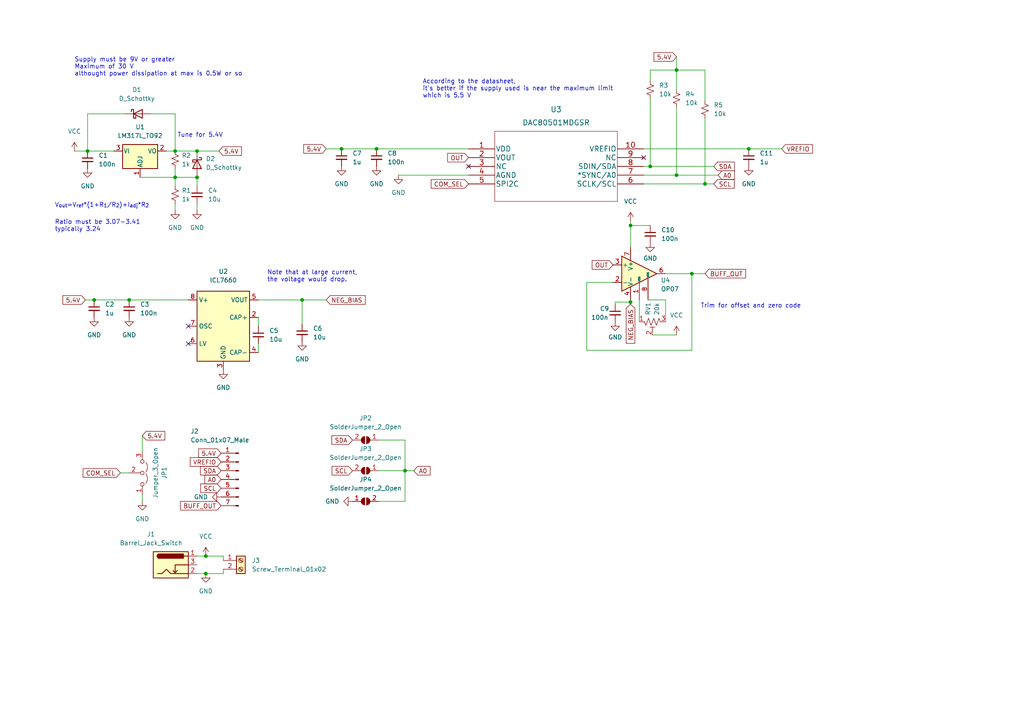
<source format=kicad_sch>
(kicad_sch (version 20211123) (generator eeschema)
  (paper "A4")
  (lib_symbols
    (symbol "Amplifier_Operational:OP07" (pin_names (offset 0.127))
      (property "Reference" "U" (at 1.27 6.35 0))
      (property "Value" "OP07" (at 1.27 3.81 0))
      (symbol "OP07_0_1"
        (polyline (pts (xy -5.08 5.08) (xy 5.08 0) (xy -5.08 -5.08) (xy -5.08 5.08)) (stroke (width 0.254)) (fill (type background)))
      )
      (symbol "OP07_1_1"
        (pin input line (at 0 -7.62 90) (length 5.08) (name "VOS") (number "1"))
        (pin input line (at -7.62 -2.54 0) (length 2.54) (name "-") (number "2"))
        (pin input line (at -7.62 2.54 0) (length 2.54) (name "+") (number "3"))
        (pin power_in line (at -2.54 -7.62 90) (length 3.81) (name "V-") (number "4"))
        (pin no_connect line (at 0 2.54 270) (length 2.54) hide (name "NC") (number "5"))
        (pin output line (at 7.62 0 180) (length 2.54) (name "~") (number "6"))
        (pin power_in line (at -2.54 7.62 270) (length 3.81) (name "V+") (number "7"))
        (pin input line (at 2.54 -7.62 90) (length 6.35) (name "VOS") (number "8"))
      )
    )
    (symbol "Connector:Barrel_Jack_Switch" (pin_names hide)
      (property "Reference" "J" (at 0 5.334 0))
      (property "Value" "Barrel_Jack_Switch" (at 0 -5.08 0))
      (symbol "Barrel_Jack_Switch_0_1"
        (rectangle (start -5.08 3.81) (end 5.08 -3.81) (stroke (width 0.254)) (fill (type background)))
        (arc (start -3.302 3.175) (mid -3.937 2.54) (end -3.302 1.905) (stroke (width 0.254)))
        (arc (start -3.302 3.175) (mid -3.937 2.54) (end -3.302 1.905) (stroke (width 0.254)) (fill (type outline)))
        (polyline (pts (xy 1.27 -2.286) (xy 1.905 -1.651)) (stroke (width 0.254)))
        (polyline (pts (xy 5.08 2.54) (xy 3.81 2.54)) (stroke (width 0.254)))
        (polyline (pts (xy 5.08 0) (xy 1.27 0) (xy 1.27 -2.286) (xy 0.635 -1.651)) (stroke (width 0.254)))
        (polyline (pts (xy -3.81 -2.54) (xy -2.54 -2.54) (xy -1.27 -1.27) (xy 0 -2.54) (xy 2.54 -2.54) (xy 5.08 -2.54)) (stroke (width 0.254)))
        (rectangle (start 3.683 3.175) (end -3.302 1.905) (stroke (width 0.254)) (fill (type outline)))
      )
      (symbol "Barrel_Jack_Switch_1_1"
        (pin passive line (at 7.62 2.54 180) (length 2.54) (name "~") (number "1"))
        (pin passive line (at 7.62 -2.54 180) (length 2.54) (name "~") (number "2"))
        (pin passive line (at 7.62 0 180) (length 2.54) (name "~") (number "3"))
      )
    )
    (symbol "Connector:Conn_01x07_Male" (pin_names (offset 1.016) hide)
      (property "Reference" "J" (at 0 10.16 0))
      (property "Value" "Conn_01x07_Male" (at 0 -10.16 0))
      (symbol "Conn_01x07_Male_1_1"
        (polyline (pts (xy 1.27 -7.62) (xy 0.8636 -7.62)) (stroke (width 0.1524)))
        (polyline (pts (xy 1.27 -5.08) (xy 0.8636 -5.08)) (stroke (width 0.1524)))
        (polyline (pts (xy 1.27 -2.54) (xy 0.8636 -2.54)) (stroke (width 0.1524)))
        (polyline (pts (xy 1.27 0) (xy 0.8636 0)) (stroke (width 0.1524)))
        (polyline (pts (xy 1.27 2.54) (xy 0.8636 2.54)) (stroke (width 0.1524)))
        (polyline (pts (xy 1.27 5.08) (xy 0.8636 5.08)) (stroke (width 0.1524)))
        (polyline (pts (xy 1.27 7.62) (xy 0.8636 7.62)) (stroke (width 0.1524)))
        (rectangle (start 0.8636 -7.493) (end 0 -7.747) (stroke (width 0.1524)) (fill (type outline)))
        (rectangle (start 0.8636 -4.953) (end 0 -5.207) (stroke (width 0.1524)) (fill (type outline)))
        (rectangle (start 0.8636 -2.413) (end 0 -2.667) (stroke (width 0.1524)) (fill (type outline)))
        (rectangle (start 0.8636 0.127) (end 0 -0.127) (stroke (width 0.1524)) (fill (type outline)))
        (rectangle (start 0.8636 2.667) (end 0 2.413) (stroke (width 0.1524)) (fill (type outline)))
        (rectangle (start 0.8636 5.207) (end 0 4.953) (stroke (width 0.1524)) (fill (type outline)))
        (rectangle (start 0.8636 7.747) (end 0 7.493) (stroke (width 0.1524)) (fill (type outline)))
        (pin passive line (at 5.08 7.62 180) (length 3.81) (name "Pin_1") (number "1"))
        (pin passive line (at 5.08 5.08 180) (length 3.81) (name "Pin_2") (number "2"))
        (pin passive line (at 5.08 2.54 180) (length 3.81) (name "Pin_3") (number "3"))
        (pin passive line (at 5.08 0 180) (length 3.81) (name "Pin_4") (number "4"))
        (pin passive line (at 5.08 -2.54 180) (length 3.81) (name "Pin_5") (number "5"))
        (pin passive line (at 5.08 -5.08 180) (length 3.81) (name "Pin_6") (number "6"))
        (pin passive line (at 5.08 -7.62 180) (length 3.81) (name "Pin_7") (number "7"))
      )
    )
    (symbol "Connector:Screw_Terminal_01x02" (pin_names (offset 1.016) hide)
      (property "Reference" "J" (at 0 2.54 0))
      (property "Value" "Screw_Terminal_01x02" (at 0 -5.08 0))
      (symbol "Screw_Terminal_01x02_1_1"
        (rectangle (start -1.27 1.27) (end 1.27 -3.81) (stroke (width 0.254)) (fill (type background)))
        (circle (center 0 -2.54) (radius 0.635) (stroke (width 0.1524)))
        (polyline (pts (xy -0.5334 -2.2098) (xy 0.3302 -3.048)) (stroke (width 0.1524)))
        (polyline (pts (xy -0.5334 0.3302) (xy 0.3302 -0.508)) (stroke (width 0.1524)))
        (polyline (pts (xy -0.3556 -2.032) (xy 0.508 -2.8702)) (stroke (width 0.1524)))
        (polyline (pts (xy -0.3556 0.508) (xy 0.508 -0.3302)) (stroke (width 0.1524)))
        (circle (center 0 0) (radius 0.635) (stroke (width 0.1524)))
        (pin passive line (at -5.08 0 0) (length 3.81) (name "Pin_1") (number "1"))
        (pin passive line (at -5.08 -2.54 0) (length 3.81) (name "Pin_2") (number "2"))
      )
    )
    (symbol "DAC80501:DAC80501MDGSR" (pin_names (offset 0.254))
      (property "Reference" "U" (at 25.4 10.16 0))
      (property "Value" "DAC80501MDGSR" (at 25.4 7.62 0))
      (symbol "DAC80501MDGSR_1_1"
        (polyline (pts (xy 7.62 -15.24) (xy 43.18 -15.24)) (stroke (width 0.127)))
        (polyline (pts (xy 7.62 5.08) (xy 7.62 -15.24)) (stroke (width 0.127)))
        (polyline (pts (xy 43.18 -15.24) (xy 43.18 5.08)) (stroke (width 0.127)))
        (polyline (pts (xy 43.18 5.08) (xy 7.62 5.08)) (stroke (width 0.127)))
        (pin power_in line (at 0 0 0) (length 7.62) (name "VDD") (number "1"))
        (pin power_in line (at 50.8 0 180) (length 7.62) (name "VREFIO") (number "10"))
        (pin output line (at 0 -2.54 0) (length 7.62) (name "VOUT") (number "2"))
        (pin no_connect line (at 0 -5.08 0) (length 7.62) (name "NC") (number "3"))
        (pin power_in line (at 0 -7.62 0) (length 7.62) (name "AGND") (number "4"))
        (pin unspecified line (at 0 -10.16 0) (length 7.62) (name "SPI2C") (number "5"))
        (pin unspecified line (at 50.8 -10.16 180) (length 7.62) (name "SCLK/SCL") (number "6"))
        (pin unspecified line (at 50.8 -7.62 180) (length 7.62) (name "*SYNC/A0") (number "7"))
        (pin unspecified line (at 50.8 -5.08 180) (length 7.62) (name "SDIN/SDA") (number "8"))
        (pin no_connect line (at 50.8 -2.54 180) (length 7.62) (name "NC") (number "9"))
      )
    )
    (symbol "Device:C_Small" (pin_numbers hide) (pin_names (offset 0.254) hide)
      (property "Reference" "C" (at 0.254 1.778 0))
      (property "Value" "C_Small" (at 0.254 -2.032 0))
      (symbol "C_Small_0_1"
        (polyline (pts (xy -1.524 -0.508) (xy 1.524 -0.508)) (stroke (width 0.3302)))
        (polyline (pts (xy -1.524 0.508) (xy 1.524 0.508)) (stroke (width 0.3048)))
      )
      (symbol "C_Small_1_1"
        (pin passive line (at 0 2.54 270) (length 2.032) (name "~") (number "1"))
        (pin passive line (at 0 -2.54 90) (length 2.032) (name "~") (number "2"))
      )
    )
    (symbol "Device:D_Schottky" (pin_numbers hide) (pin_names (offset 1.016) hide)
      (property "Reference" "D" (at 0 2.54 0))
      (property "Value" "D_Schottky" (at 0 -2.54 0))
      (symbol "D_Schottky_0_1"
        (polyline (pts (xy 1.27 0) (xy -1.27 0)))
        (polyline (pts (xy 1.27 1.27) (xy 1.27 -1.27) (xy -1.27 0) (xy 1.27 1.27)) (stroke (width 0.254)))
        (polyline (pts (xy -1.905 0.635) (xy -1.905 1.27) (xy -1.27 1.27) (xy -1.27 -1.27) (xy -0.635 -1.27) (xy -0.635 -0.635)) (stroke (width 0.254)))
      )
      (symbol "D_Schottky_1_1"
        (pin passive line (at -3.81 0 0) (length 2.54) (name "K") (number "1"))
        (pin passive line (at 3.81 0 180) (length 2.54) (name "A") (number "2"))
      )
    )
    (symbol "Device:R_Potentiometer_Trim_US" (pin_names (offset 1.016) hide)
      (property "Reference" "RV" (at -4.445 0 90))
      (property "Value" "R_Potentiometer_Trim_US" (at -2.54 0 90))
      (symbol "R_Potentiometer_Trim_US_0_1"
        (polyline (pts (xy 0 -2.286) (xy 0 -2.54)))
        (polyline (pts (xy 0 2.286) (xy 0 2.54)))
        (polyline (pts (xy 1.524 0.762) (xy 1.524 -0.762)))
        (polyline (pts (xy 2.54 0) (xy 1.524 0)))
        (polyline (pts (xy 0 -0.762) (xy 1.016 -1.143) (xy 0 -1.524) (xy -1.016 -1.905) (xy 0 -2.286)))
        (polyline (pts (xy 0 0.762) (xy 1.016 0.381) (xy 0 0) (xy -1.016 -0.381) (xy 0 -0.762)))
        (polyline (pts (xy 0 2.286) (xy 1.016 1.905) (xy 0 1.524) (xy -1.016 1.143) (xy 0 0.762)))
      )
      (symbol "R_Potentiometer_Trim_US_1_1"
        (pin passive line (at 0 3.81 270) (length 1.27) (name "1") (number "1"))
        (pin passive line (at 3.81 0 180) (length 1.27) (name "2") (number "2"))
        (pin passive line (at 0 -3.81 90) (length 1.27) (name "3") (number "3"))
      )
    )
    (symbol "Device:R_Small_US" (pin_numbers hide) (pin_names (offset 0.254) hide)
      (property "Reference" "R" (at 0.762 0.508 0))
      (property "Value" "R_Small_US" (at 0.762 -1.016 0))
      (symbol "R_Small_US_1_1"
        (polyline (pts (xy 0 0) (xy 1.016 -0.381) (xy 0 -0.762) (xy -1.016 -1.143) (xy 0 -1.524)))
        (polyline (pts (xy 0 1.524) (xy 1.016 1.143) (xy 0 0.762) (xy -1.016 0.381) (xy 0 0)))
        (pin passive line (at 0 2.54 270) (length 1.016) (name "~") (number "1"))
        (pin passive line (at 0 -2.54 90) (length 1.016) (name "~") (number "2"))
      )
    )
    (symbol "Jumper:Jumper_3_Open" (pin_names (offset 0) hide)
      (property "Reference" "JP" (at -2.54 -2.54 0))
      (property "Value" "Jumper_3_Open" (at 0 2.794 0))
      (symbol "Jumper_3_Open_0_0"
        (circle (center -3.302 0) (radius 0.508))
        (circle (center 0 0) (radius 0.508))
        (circle (center 3.302 0) (radius 0.508))
      )
      (symbol "Jumper_3_Open_0_1"
        (arc (start -0.254 1.016) (mid -1.651 1.4992) (end -3.048 1.016))
        (polyline (pts (xy 0 -0.508) (xy 0 -1.27)))
        (arc (start 3.048 1.016) (mid 1.651 1.4992) (end 0.254 1.016))
      )
      (symbol "Jumper_3_Open_1_1"
        (pin passive line (at -6.35 0 0) (length 2.54) (name "A") (number "1"))
        (pin input line (at 0 -3.81 90) (length 2.54) (name "C") (number "2"))
        (pin passive line (at 6.35 0 180) (length 2.54) (name "B") (number "3"))
      )
    )
    (symbol "Jumper:SolderJumper_2_Open" (pin_names (offset 0) hide)
      (property "Reference" "JP" (at 0 2.032 0))
      (property "Value" "SolderJumper_2_Open" (at 0 -2.54 0))
      (symbol "SolderJumper_2_Open_0_1"
        (arc (start -0.254 1.016) (mid -1.27 0) (end -0.254 -1.016))
        (arc (start -0.254 1.016) (mid -1.27 0) (end -0.254 -1.016) (fill (type outline)))
        (polyline (pts (xy -0.254 1.016) (xy -0.254 -1.016)))
        (polyline (pts (xy 0.254 1.016) (xy 0.254 -1.016)))
        (arc (start 0.254 -1.016) (mid 1.27 0) (end 0.254 1.016))
        (arc (start 0.254 -1.016) (mid 1.27 0) (end 0.254 1.016) (fill (type outline)))
      )
      (symbol "SolderJumper_2_Open_1_1"
        (pin passive line (at -3.81 0 0) (length 2.54) (name "A") (number "1"))
        (pin passive line (at 3.81 0 180) (length 2.54) (name "B") (number "2"))
      )
    )
    (symbol "Regulator_Linear:LM317L_TO92" (pin_names (offset 0.254))
      (property "Reference" "U" (at -3.81 3.175 0))
      (property "Value" "LM317L_TO92" (at 0 3.175 0))
      (symbol "LM317L_TO92_0_1"
        (rectangle (start -5.08 1.905) (end 5.08 -5.08) (stroke (width 0.254)) (fill (type background)))
      )
      (symbol "LM317L_TO92_1_1"
        (pin input line (at 0 -7.62 90) (length 2.54) (name "ADJ") (number "1"))
        (pin power_out line (at 7.62 0 180) (length 2.54) (name "VO") (number "2"))
        (pin power_in line (at -7.62 0 0) (length 2.54) (name "VI") (number "3"))
      )
    )
    (symbol "Regulator_SwitchedCapacitor:ICL7660"
      (property "Reference" "U" (at -6.35 11.43 0))
      (property "Value" "ICL7660" (at 3.81 11.43 0))
      (symbol "ICL7660_0_1"
        (rectangle (start -7.62 10.16) (end 7.62 -10.16) (stroke (width 0.254)) (fill (type background)))
      )
      (symbol "ICL7660_1_1"
        (pin no_connect line (at -7.62 5.08 0) (length 2.54) hide (name "NC") (number "1"))
        (pin input line (at 10.16 2.54 180) (length 2.54) (name "CAP+") (number "2"))
        (pin power_in line (at 0 -12.7 90) (length 2.54) (name "GND") (number "3"))
        (pin input line (at 10.16 -7.62 180) (length 2.54) (name "CAP-") (number "4"))
        (pin power_out line (at 10.16 7.62 180) (length 2.54) (name "VOUT") (number "5"))
        (pin input line (at -10.16 -5.08 0) (length 2.54) (name "LV") (number "6"))
        (pin input line (at -10.16 0 0) (length 2.54) (name "OSC") (number "7"))
        (pin power_in line (at -10.16 7.62 0) (length 2.54) (name "V+") (number "8"))
      )
    )
    (symbol "power:GND" (power) (pin_names (offset 0))
      (property "Value" "GND" (at 0 -3.81 0))
      (symbol "GND_0_1"
        (polyline (pts (xy 0 0) (xy 0 -1.27) (xy 1.27 -1.27) (xy 0 -2.54) (xy -1.27 -1.27) (xy 0 -1.27)))
      )
      (symbol "GND_1_1"
        (pin power_in line (at 0 0 270) (length 0) hide (name "GND") (number "1"))
      )
    )
    (symbol "power:VCC" (power) (pin_names (offset 0))
      (property "Value" "VCC" (at 0 3.81 0))
      (symbol "VCC_0_1"
        (polyline (pts (xy -0.762 1.27) (xy 0 2.54)))
        (polyline (pts (xy 0 0) (xy 0 2.54)))
        (polyline (pts (xy 0 2.54) (xy 0.762 1.27)))
      )
      (symbol "VCC_1_1"
        (pin power_in line (at 0 0 90) (length 0) hide (name "VCC") (number "1"))
      )
    )
  )
  (junction (at 182.88 65.405))
  (junction (at 188.595 48.26))
  (junction (at 217.17 43.18))
  (junction (at 57.15 51.435))
  (junction (at 50.8 51.435))
  (junction (at 59.69 161.29))
  (junction (at 50.8 43.815))
  (junction (at 57.15 43.815))
  (junction (at 37.465 86.995))
  (junction (at 204.47 53.34))
  (junction (at 117.475 136.525))
  (junction (at 59.69 166.37))
  (junction (at 196.215 50.8))
  (junction (at 109.22 43.18))
  (junction (at 182.88 87.63))
  (junction (at 27.305 86.995))
  (junction (at 87.63 86.995))
  (junction (at 200.66 79.375))
  (junction (at 99.06 43.18))
  (junction (at 196.215 20.32))
  (junction (at 25.4 43.815))
  (no_connect (at 135.89 48.26))
  (no_connect (at 186.69 45.72))
  (no_connect (at 54.61 94.615))
  (no_connect (at 54.61 99.695))
  (wire (pts (xy 43.815 33.02) (xy 50.8 33.02)))
  (wire (pts (xy 200.66 79.375) (xy 204.47 79.375)))
  (wire (pts (xy 25.4 43.815) (xy 33.02 43.815)))
  (wire (pts (xy 200.66 101.6) (xy 200.66 79.375)))
  (wire (pts (xy 99.06 43.18) (xy 109.22 43.18)))
  (wire (pts (xy 217.17 43.18) (xy 226.695 43.18)))
  (wire (pts (xy 196.215 50.8) (xy 208.28 50.8)))
  (wire (pts (xy 109.855 127.635) (xy 117.475 127.635)))
  (wire (pts (xy 41.275 126.365) (xy 41.275 130.81)))
  (wire (pts (xy 64.77 166.37) (xy 59.69 166.37)))
  (wire (pts (xy 182.88 65.405) (xy 182.88 71.755)))
  (wire (pts (xy 87.63 86.995) (xy 94.615 86.995)))
  (wire (pts (xy 178.435 88.265) (xy 178.435 87.63)))
  (wire (pts (xy 204.47 34.29) (xy 204.47 53.34)))
  (wire (pts (xy 57.15 43.815) (xy 63.5 43.815)))
  (wire (pts (xy 50.8 51.435) (xy 50.8 53.975)))
  (wire (pts (xy 186.69 48.26) (xy 188.595 48.26)))
  (wire (pts (xy 59.69 161.29) (xy 64.77 161.29)))
  (wire (pts (xy 115.57 50.8) (xy 135.89 50.8)))
  (wire (pts (xy 185.42 86.995) (xy 185.42 93.345)))
  (wire (pts (xy 188.595 48.26) (xy 207.01 48.26)))
  (wire (pts (xy 204.47 29.21) (xy 204.47 20.32)))
  (wire (pts (xy 37.465 86.995) (xy 54.61 86.995)))
  (wire (pts (xy 50.8 59.055) (xy 50.8 60.96)))
  (wire (pts (xy 117.475 136.525) (xy 120.015 136.525)))
  (wire (pts (xy 41.275 143.51) (xy 41.275 145.415)))
  (wire (pts (xy 188.595 28.575) (xy 188.595 48.26)))
  (wire (pts (xy 50.8 43.815) (xy 57.15 43.815)))
  (wire (pts (xy 178.435 87.63) (xy 182.88 87.63)))
  (wire (pts (xy 94.615 43.18) (xy 99.06 43.18)))
  (wire (pts (xy 170.18 81.915) (xy 177.8 81.915)))
  (wire (pts (xy 21.59 43.815) (xy 25.4 43.815)))
  (wire (pts (xy 24.765 86.995) (xy 27.305 86.995)))
  (wire (pts (xy 117.475 136.525) (xy 117.475 145.415)))
  (wire (pts (xy 74.93 92.075) (xy 74.93 94.615)))
  (wire (pts (xy 182.88 87.63) (xy 182.88 88.265)))
  (wire (pts (xy 27.305 86.995) (xy 37.465 86.995)))
  (wire (pts (xy 48.26 43.815) (xy 50.8 43.815)))
  (wire (pts (xy 57.15 59.055) (xy 57.15 60.96)))
  (wire (pts (xy 170.18 101.6) (xy 200.66 101.6)))
  (wire (pts (xy 57.15 166.37) (xy 59.69 166.37)))
  (wire (pts (xy 186.69 53.34) (xy 204.47 53.34)))
  (wire (pts (xy 25.4 33.02) (xy 25.4 43.815)))
  (wire (pts (xy 87.63 86.995) (xy 87.63 93.98)))
  (wire (pts (xy 109.22 43.18) (xy 135.89 43.18)))
  (wire (pts (xy 74.93 86.995) (xy 87.63 86.995)))
  (wire (pts (xy 57.15 161.29) (xy 59.69 161.29)))
  (wire (pts (xy 109.855 136.525) (xy 117.475 136.525)))
  (wire (pts (xy 37.465 137.16) (xy 34.925 137.16)))
  (wire (pts (xy 74.93 99.695) (xy 74.93 102.235)))
  (wire (pts (xy 204.47 53.34) (xy 207.01 53.34)))
  (wire (pts (xy 196.215 31.115) (xy 196.215 50.8)))
  (wire (pts (xy 64.77 165.1) (xy 64.77 166.37)))
  (wire (pts (xy 182.88 65.405) (xy 188.595 65.405)))
  (wire (pts (xy 64.77 161.29) (xy 64.77 162.56)))
  (wire (pts (xy 196.215 20.32) (xy 188.595 20.32)))
  (wire (pts (xy 117.475 127.635) (xy 117.475 136.525)))
  (wire (pts (xy 50.8 51.435) (xy 40.64 51.435)))
  (wire (pts (xy 186.69 43.18) (xy 217.17 43.18)))
  (wire (pts (xy 189.23 97.155) (xy 196.215 97.155)))
  (wire (pts (xy 36.195 33.02) (xy 25.4 33.02)))
  (wire (pts (xy 170.18 101.6) (xy 170.18 81.915)))
  (wire (pts (xy 187.96 86.995) (xy 193.04 86.995)))
  (wire (pts (xy 196.215 16.51) (xy 196.215 20.32)))
  (wire (pts (xy 182.88 64.135) (xy 182.88 65.405)))
  (wire (pts (xy 182.88 86.995) (xy 182.88 87.63)))
  (wire (pts (xy 57.15 51.435) (xy 50.8 51.435)))
  (wire (pts (xy 188.595 20.32) (xy 188.595 23.495)))
  (wire (pts (xy 186.69 50.8) (xy 196.215 50.8)))
  (wire (pts (xy 204.47 20.32) (xy 196.215 20.32)))
  (wire (pts (xy 117.475 145.415) (xy 109.855 145.415)))
  (wire (pts (xy 196.215 26.035) (xy 196.215 20.32)))
  (wire (pts (xy 57.15 51.435) (xy 57.15 53.975)))
  (wire (pts (xy 50.8 33.02) (xy 50.8 43.815)))
  (wire (pts (xy 193.04 86.995) (xy 193.04 93.345)))
  (wire (pts (xy 50.8 48.895) (xy 50.8 51.435)))
  (wire (pts (xy 200.66 79.375) (xy 193.04 79.375)))
  (text "Supply must be 9V or greater\nMaximum of 30 V\nalthought power dissipation at max is 0.5W or so" (at 21.59 22.225 0) (effects (font (size 1.27 1.27)) (justify left bottom)))
  (text "Ratio must be 3.07-3.41\ntypically 3.24" (at 15.875 67.31 0) (effects (font (size 1.27 1.27)) (justify left bottom)))
  (text "Trim for offset and zero code" (at 203.2 89.535 0) (effects (font (size 1.27 1.27)) (justify left bottom)))
  (text "Tune for 5.4V" (at 51.435 40.005 0) (effects (font (size 1.27 1.27)) (justify left bottom)))
  (text "Note that at large current,\nthe voltage would drop." (at 77.47 81.915 0) (effects (font (size 1.27 1.27)) (justify left bottom)))
  (text "According to the datasheet, \nit's better if the supply used is near the maximum limit\nwhich is 5.5 V" (at 122.555 28.575 0) (effects (font (size 1.27 1.27)) (justify left bottom)))
  (text "V_{out}=V_{ref}*(1+R_{1}/R_{2})+I_{adj}*R_{2}" (at 15.875 60.325 0) (effects (font (size 1.27 1.27)) (justify left bottom)))
  (global_label "A0" (shape input) (at 208.28 50.8 0) (property "Intersheet References" "${INTERSHEET_REFS}" (effects hide)))
  (global_label "SCL" (shape input) (at 207.01 53.34 0) (property "Intersheet References" "${INTERSHEET_REFS}" (effects hide)))
  (global_label "BUFF_OUT" (shape input) (at 64.135 146.685 180) (property "Intersheet References" "${INTERSHEET_REFS}" (effects hide)))
  (global_label "VREFIO" (shape input) (at 64.135 133.985 180) (property "Intersheet References" "${INTERSHEET_REFS}" (effects hide)))
  (global_label "NEG_BIAS" (shape input) (at 94.615 86.995 0) (property "Intersheet References" "${INTERSHEET_REFS}" (effects hide)))
  (global_label "5.4V" (shape input) (at 196.215 16.51 180) (property "Intersheet References" "${INTERSHEET_REFS}" (effects hide)))
  (global_label "SDA" (shape input) (at 207.01 48.26 0) (property "Intersheet References" "${INTERSHEET_REFS}" (effects hide)))
  (global_label "OUT" (shape input) (at 177.8 76.835 180) (property "Intersheet References" "${INTERSHEET_REFS}" (effects hide)))
  (global_label "SDA" (shape input) (at 64.135 136.525 180) (property "Intersheet References" "${INTERSHEET_REFS}" (effects hide)))
  (global_label "A0" (shape input) (at 64.135 139.065 180) (property "Intersheet References" "${INTERSHEET_REFS}" (effects hide)))
  (global_label "5.4V" (shape input) (at 63.5 43.815 0) (property "Intersheet References" "${INTERSHEET_REFS}" (effects hide)))
  (global_label "NEG_BIAS" (shape input) (at 182.88 88.265 270) (property "Intersheet References" "${INTERSHEET_REFS}" (effects hide)))
  (global_label "5.4V" (shape input) (at 24.765 86.995 180) (property "Intersheet References" "${INTERSHEET_REFS}" (effects hide)))
  (global_label "5.4V" (shape input) (at 94.615 43.18 180) (property "Intersheet References" "${INTERSHEET_REFS}" (effects hide)))
  (global_label "BUFF_OUT" (shape input) (at 204.47 79.375 0) (property "Intersheet References" "${INTERSHEET_REFS}" (effects hide)))
  (global_label "A0" (shape input) (at 120.015 136.525 0) (property "Intersheet References" "${INTERSHEET_REFS}" (effects hide)))
  (global_label "5.4V" (shape input) (at 41.275 126.365 0) (property "Intersheet References" "${INTERSHEET_REFS}" (effects hide)))
  (global_label "COM_SEL" (shape input) (at 34.925 137.16 180) (property "Intersheet References" "${INTERSHEET_REFS}" (effects hide)))
  (global_label "SCL" (shape input) (at 102.235 136.525 180) (property "Intersheet References" "${INTERSHEET_REFS}" (effects hide)))
  (global_label "OUT" (shape input) (at 135.89 45.72 180) (property "Intersheet References" "${INTERSHEET_REFS}" (effects hide)))
  (global_label "SCL" (shape input) (at 64.135 141.605 180) (property "Intersheet References" "${INTERSHEET_REFS}" (effects hide)))
  (global_label "VREFIO" (shape input) (at 226.695 43.18 0) (property "Intersheet References" "${INTERSHEET_REFS}" (effects hide)))
  (global_label "5.4V" (shape input) (at 64.135 131.445 180) (property "Intersheet References" "${INTERSHEET_REFS}" (effects hide)))
  (global_label "COM_SEL" (shape input) (at 135.89 53.34 180) (property "Intersheet References" "${INTERSHEET_REFS}" (effects hide)))
  (global_label "SDA" (shape input) (at 102.235 127.635 180) (property "Intersheet References" "${INTERSHEET_REFS}" (effects hide)))
  (symbol (lib_id "power:GND") (at 115.57 50.8 0) (unit 1)
    (property "Reference" "#PWR015" (effects hide))
    (property "Value" "GND" (at 115.57 55.88 0))
  )
  (symbol (lib_id "Device:R_Small_US") (at 188.595 26.035 0) (unit 1)
    (property "Reference" "R3" (at 191.135 24.7649 0) (effects (justify left)))
    (property "Value" "10k" (at 191.135 27.3049 0) (effects (justify left)))
    (property "Footprint" "Resistor_SMD:R_0805_2012Metric_Pad1.20x1.40mm_HandSolder" (effects hide))
  )
  (symbol (lib_id "power:VCC") (at 21.59 43.815 0) (unit 1)
    (property "Reference" "#PWR01" (effects hide))
    (property "Value" "VCC" (at 21.59 38.1 0))
  )
  (symbol (lib_id "power:GND") (at 217.17 48.26 0) (unit 1)
    (property "Reference" "#PWR020" (effects hide))
    (property "Value" "GND" (at 217.17 53.34 0))
  )
  (symbol (lib_id "Jumper:Jumper_3_Open") (at 41.275 137.16 270) (mirror x) (unit 1)
    (property "Reference" "JP1" (at 47.625 137.16 0))
    (property "Value" "Jumper_3_Open" (at 45.085 137.16 0))
    (property "Footprint" "Connector_PinHeader_2.54mm:PinHeader_1x03_P2.54mm_Vertical" (effects hide))
  )
  (symbol (lib_id "power:GND") (at 50.8 60.96 0) (unit 1)
    (property "Reference" "#PWR06" (effects hide))
    (property "Value" "GND" (at 50.8 66.04 0))
  )
  (symbol (lib_id "Device:C_Small") (at 37.465 89.535 0) (unit 1)
    (property "Reference" "C3" (at 40.64 88.2712 0) (effects (justify left)))
    (property "Value" "100n" (at 40.64 90.8112 0) (effects (justify left)))
    (property "Footprint" "Capacitor_SMD:C_0805_2012Metric_Pad1.18x1.45mm_HandSolder" (effects hide))
  )
  (symbol (lib_id "Connector:Barrel_Jack_Switch") (at 49.53 163.83 0) (unit 1)
    (property "Reference" "J1" (at 43.815 154.94 0))
    (property "Value" "Barrel_Jack_Switch" (at 43.815 157.48 0))
    (property "Footprint" "Connector_BarrelJack:BarrelJack_AE" (effects hide))
  )
  (symbol (lib_id "Jumper:SolderJumper_2_Open") (at 106.045 127.635 0) (mirror y) (unit 1)
    (property "Reference" "JP2" (at 106.045 121.285 0))
    (property "Value" "SolderJumper_2_Open" (at 106.045 123.825 0))
    (property "Footprint" "Jumper:SolderJumper-2_P1.3mm_Open_TrianglePad1.0x1.5mm" (effects hide))
  )
  (symbol (lib_id "Device:C_Small") (at 74.93 97.155 0) (unit 1)
    (property "Reference" "C5" (at 78.105 95.8912 0) (effects (justify left)))
    (property "Value" "10u" (at 78.105 98.4312 0) (effects (justify left)))
    (property "Footprint" "Capacitor_SMD:C_0805_2012Metric_Pad1.18x1.45mm_HandSolder" (effects hide))
  )
  (symbol (lib_id "Device:C_Small") (at 87.63 96.52 0) (unit 1)
    (property "Reference" "C6" (at 90.805 95.2562 0) (effects (justify left)))
    (property "Value" "10u" (at 90.805 97.7962 0) (effects (justify left)))
    (property "Footprint" "Capacitor_SMD:C_0805_2012Metric_Pad1.18x1.45mm_HandSolder" (effects hide))
  )
  (symbol (lib_id "Device:R_Small_US") (at 50.8 46.355 0) (unit 1)
    (property "Reference" "R2" (at 52.705 45.085 0) (effects (justify left)))
    (property "Value" "1k" (at 52.705 47.625 0) (effects (justify left)))
    (property "Footprint" "Resistor_SMD:R_0805_2012Metric_Pad1.20x1.40mm_HandSolder" (effects hide))
  )
  (symbol (lib_id "Device:C_Small") (at 109.22 45.72 0) (unit 1)
    (property "Reference" "C8" (at 112.395 44.4562 0) (effects (justify left)))
    (property "Value" "100n" (at 112.395 46.9962 0) (effects (justify left)))
    (property "Footprint" "Capacitor_SMD:C_0805_2012Metric_Pad1.18x1.45mm_HandSolder" (effects hide))
  )
  (symbol (lib_id "Device:R_Small_US") (at 196.215 28.575 0) (unit 1)
    (property "Reference" "R4" (at 198.755 27.3049 0) (effects (justify left)))
    (property "Value" "10k" (at 198.755 29.8449 0) (effects (justify left)))
    (property "Footprint" "Resistor_SMD:R_0805_2012Metric_Pad1.20x1.40mm_HandSolder" (effects hide))
  )
  (symbol (lib_id "Regulator_SwitchedCapacitor:ICL7660") (at 64.77 94.615 0) (unit 1)
    (property "Reference" "U2" (at 64.77 78.74 0))
    (property "Value" "ICL7660" (at 64.77 81.28 0))
    (property "Footprint" "Package_SO:SOIC-8_3.9x4.9mm_P1.27mm" (effects hide))
    (property "Datasheet" "http://datasheets.maximintegrated.com/en/ds/ICL7660-MAX1044.pdf" (effects hide))
  )
  (symbol (lib_id "power:GND") (at 99.06 48.26 0) (unit 1)
    (property "Reference" "#PWR013" (effects hide))
    (property "Value" "GND" (at 99.06 53.34 0))
  )
  (symbol (lib_id "Jumper:SolderJumper_2_Open") (at 106.045 145.415 0) (unit 1)
    (property "Reference" "JP4" (at 106.045 139.065 0))
    (property "Value" "SolderJumper_2_Open" (at 106.045 141.605 0))
    (property "Footprint" "Jumper:SolderJumper-2_P1.3mm_Open_TrianglePad1.0x1.5mm" (effects hide))
  )
  (symbol (lib_id "Jumper:SolderJumper_2_Open") (at 106.045 136.525 0) (mirror y) (unit 1)
    (property "Reference" "JP3" (at 106.045 130.175 0))
    (property "Value" "SolderJumper_2_Open" (at 106.045 132.715 0))
    (property "Footprint" "Jumper:SolderJumper-2_P1.3mm_Open_TrianglePad1.0x1.5mm" (effects hide))
  )
  (symbol (lib_id "power:GND") (at 27.305 92.075 0) (unit 1)
    (property "Reference" "#PWR03" (effects hide))
    (property "Value" "GND" (at 27.305 97.155 0))
  )
  (symbol (lib_id "Device:C_Small") (at 57.15 56.515 0) (unit 1)
    (property "Reference" "C4" (at 60.325 55.2512 0) (effects (justify left)))
    (property "Value" "10u" (at 60.325 57.7912 0) (effects (justify left)))
    (property "Footprint" "Capacitor_SMD:C_0805_2012Metric_Pad1.18x1.45mm_HandSolder" (effects hide))
  )
  (symbol (lib_id "Device:C_Small") (at 25.4 46.355 0) (unit 1)
    (property "Reference" "C1" (at 28.575 45.0912 0) (effects (justify left)))
    (property "Value" "100n" (at 28.575 47.6312 0) (effects (justify left)))
    (property "Footprint" "Capacitor_SMD:C_0805_2012Metric_Pad1.18x1.45mm_HandSolder" (effects hide))
  )
  (symbol (lib_id "power:GND") (at 57.15 60.96 0) (unit 1)
    (property "Reference" "#PWR07" (effects hide))
    (property "Value" "GND" (at 57.15 66.04 0))
  )
  (symbol (lib_id "power:GND") (at 87.63 99.06 0) (unit 1)
    (property "Reference" "#PWR012" (effects hide))
    (property "Value" "GND" (at 87.63 104.14 0))
  )
  (symbol (lib_id "power:GND") (at 178.435 93.345 0) (unit 1)
    (property "Reference" "#PWR016" (effects hide))
    (property "Value" "GND" (at 178.435 97.79 0))
  )
  (symbol (lib_id "Device:R_Small_US") (at 50.8 56.515 0) (unit 1)
    (property "Reference" "R1" (at 52.705 55.245 0) (effects (justify left)))
    (property "Value" "1k" (at 52.705 57.785 0) (effects (justify left)))
    (property "Footprint" "Resistor_SMD:R_0805_2012Metric_Pad1.20x1.40mm_HandSolder" (effects hide))
  )
  (symbol (lib_id "Device:C_Small") (at 99.06 45.72 0) (unit 1)
    (property "Reference" "C7" (at 102.235 44.4562 0) (effects (justify left)))
    (property "Value" "1u" (at 102.235 46.9962 0) (effects (justify left)))
    (property "Footprint" "Capacitor_SMD:C_0805_2012Metric_Pad1.18x1.45mm_HandSolder" (effects hide))
  )
  (symbol (lib_id "power:GND") (at 37.465 92.075 0) (unit 1)
    (property "Reference" "#PWR04" (effects hide))
    (property "Value" "GND" (at 37.465 97.155 0))
  )
  (symbol (lib_id "power:VCC") (at 59.69 161.29 0) (unit 1)
    (property "Reference" "#PWR08" (effects hide))
    (property "Value" "VCC" (at 59.69 155.575 0))
  )
  (symbol (lib_id "Amplifier_Operational:OP07") (at 185.42 79.375 0) (unit 1)
    (property "Reference" "U4" (at 193.04 81.28 0))
    (property "Value" "OP07" (at 194.31 83.82 0))
    (property "Footprint" "Package_SO:SOIC-8_3.9x4.9mm_P1.27mm" (effects hide))
    (property "Datasheet" "https://www.analog.com/media/en/technical-documentation/data-sheets/OP07.pdf" (effects hide))
  )
  (symbol (lib_id "Device:C_Small") (at 188.595 67.945 0) (unit 1)
    (property "Reference" "C10" (at 191.77 66.6812 0) (effects (justify left)))
    (property "Value" "100n" (at 191.77 69.2212 0) (effects (justify left)))
    (property "Footprint" "Capacitor_SMD:C_0805_2012Metric_Pad1.18x1.45mm_HandSolder" (effects hide))
  )
  (symbol (lib_id "power:GND") (at 64.135 144.145 270) (mirror x) (unit 1)
    (property "Reference" "#PWR010" (effects hide))
    (property "Value" "GND" (at 60.325 144.1449 90) (effects (justify right)))
  )
  (symbol (lib_id "Device:C_Small") (at 178.435 90.805 0) (unit 1)
    (property "Reference" "C9" (at 173.99 89.535 0) (effects (justify left)))
    (property "Value" "100n" (at 171.45 92.075 0) (effects (justify left)))
    (property "Footprint" "Capacitor_SMD:C_0805_2012Metric_Pad1.18x1.45mm_HandSolder" (effects hide))
  )
  (symbol (lib_id "power:GND") (at 41.275 145.415 0) (mirror y) (unit 1)
    (property "Reference" "#PWR05" (effects hide))
    (property "Value" "GND" (at 41.275 150.495 0))
  )
  (symbol (lib_id "power:GND") (at 109.22 48.26 0) (unit 1)
    (property "Reference" "#PWR014" (effects hide))
    (property "Value" "GND" (at 109.22 53.34 0))
  )
  (symbol (lib_id "Connector:Conn_01x07_Male") (at 69.215 139.065 0) (mirror y) (unit 1)
    (property "Reference" "J2" (at 55.245 125.095 0) (effects (justify right)))
    (property "Value" "Conn_01x07_Male" (at 55.245 127.635 0) (effects (justify right)))
    (property "Footprint" "Connector_PinHeader_2.54mm:PinHeader_1x07_P2.54mm_Vertical" (effects hide))
  )
  (symbol (lib_id "Device:C_Small") (at 217.17 45.72 0) (unit 1)
    (property "Reference" "C11" (at 220.345 44.4562 0) (effects (justify left)))
    (property "Value" "1u" (at 220.345 46.9962 0) (effects (justify left)))
    (property "Footprint" "Capacitor_SMD:C_0805_2012Metric_Pad1.18x1.45mm_HandSolder" (effects hide))
  )
  (symbol (lib_id "Regulator_Linear:LM317L_TO92") (at 40.64 43.815 0) (unit 1)
    (property "Reference" "U1" (at 40.64 36.83 0))
    (property "Value" "LM317L_TO92" (at 40.64 39.37 0))
    (property "Footprint" "Package_TO_SOT_THT:TO-92_Inline_Wide" (effects hide))
    (property "Datasheet" "http://www.ti.com/lit/ds/snvs775k/snvs775k.pdf" (effects hide))
  )
  (symbol (lib_id "power:VCC") (at 182.88 64.135 0) (unit 1)
    (property "Reference" "#PWR017" (effects hide))
    (property "Value" "VCC" (at 182.88 58.42 0))
  )
  (symbol (lib_id "Connector:Screw_Terminal_01x02") (at 69.85 162.56 0) (unit 1)
    (property "Reference" "J3" (at 73.025 162.5599 0) (effects (justify left)))
    (property "Value" "Screw_Terminal_01x02" (at 73.025 165.0999 0) (effects (justify left)))
    (property "Footprint" "TerminalBlock_RND:TerminalBlock_RND_205-00001_1x02_P5.00mm_Horizontal" (effects hide))
  )
  (symbol (lib_id "Device:C_Small") (at 27.305 89.535 0) (unit 1)
    (property "Reference" "C2" (at 30.48 88.2712 0) (effects (justify left)))
    (property "Value" "1u" (at 30.48 90.8112 0) (effects (justify left)))
    (property "Footprint" "Capacitor_SMD:C_0805_2012Metric_Pad1.18x1.45mm_HandSolder" (effects hide))
  )
  (symbol (lib_id "DAC80501:DAC80501MDGSR") (at 135.89 43.18 0) (unit 1)
    (property "Reference" "U3" (at 161.29 31.75 0) (effects (font (size 1.524 1.524))))
    (property "Value" "DAC80501MDGSR" (at 161.29 35.56 0) (effects (font (size 1.524 1.524))))
    (property "Footprint" "Package_SO:VSSOP-10_3x3mm_P0.5mm" (effects hide))
  )
  (symbol (lib_id "power:GND") (at 25.4 48.895 0) (unit 1)
    (property "Reference" "#PWR02" (effects hide))
    (property "Value" "GND" (at 25.4 53.975 0))
  )
  (symbol (lib_id "Device:R_Potentiometer_Trim_US") (at 189.23 93.345 90) (mirror x) (unit 1)
    (property "Reference" "RV1" (at 187.9599 91.44 0) (effects (justify right)))
    (property "Value" "20k" (at 190.4999 91.44 0) (effects (justify right)))
    (property "Footprint" "Potentiometer_THT:Potentiometer_Bourns_3296Y_Vertical" (effects hide))
  )
  (symbol (lib_id "power:VCC") (at 196.215 97.155 0) (unit 1)
    (property "Reference" "#PWR019" (effects hide))
    (property "Value" "VCC" (at 196.215 91.44 0))
  )
  (symbol (lib_id "power:GND") (at 102.235 145.415 270) (mirror x) (unit 1)
    (property "Reference" "#PWR0101" (effects hide))
    (property "Value" "GND" (at 98.425 145.4149 90) (effects (justify right)))
  )
  (symbol (lib_id "Device:D_Schottky") (at 40.005 33.02 0) (unit 1)
    (property "Reference" "D1" (at 39.6875 26.035 0))
    (property "Value" "D_Schottky" (at 39.6875 28.575 0))
    (property "Footprint" "Diode_SMD:D_SOD-123" (effects hide))
  )
  (symbol (lib_id "Device:R_Small_US") (at 204.47 31.75 0) (unit 1)
    (property "Reference" "R5" (at 207.01 30.4799 0) (effects (justify left)))
    (property "Value" "10k" (at 207.01 33.0199 0) (effects (justify left)))
    (property "Footprint" "Resistor_SMD:R_0805_2012Metric_Pad1.20x1.40mm_HandSolder" (effects hide))
  )
  (symbol (lib_id "power:GND") (at 188.595 70.485 0) (unit 1)
    (property "Reference" "#PWR018" (effects hide))
    (property "Value" "GND" (at 188.595 74.93 0))
  )
  (symbol (lib_id "Device:D_Schottky") (at 57.15 47.625 270) (unit 1)
    (property "Reference" "D2" (at 59.69 46.0374 90) (effects (justify left)))
    (property "Value" "D_Schottky" (at 59.69 48.5774 90) (effects (justify left)))
    (property "Footprint" "Diode_SMD:D_SOD-123" (effects hide))
  )
  (symbol (lib_id "power:GND") (at 64.77 107.315 0) (unit 1)
    (property "Reference" "#PWR011" (effects hide))
    (property "Value" "GND" (at 64.77 112.395 0))
  )
  (symbol (lib_id "power:GND") (at 59.69 166.37 0) (unit 1)
    (property "Reference" "#PWR09" (effects hide))
    (property "Value" "GND" (at 59.69 171.45 0))
  )
)
</source>
